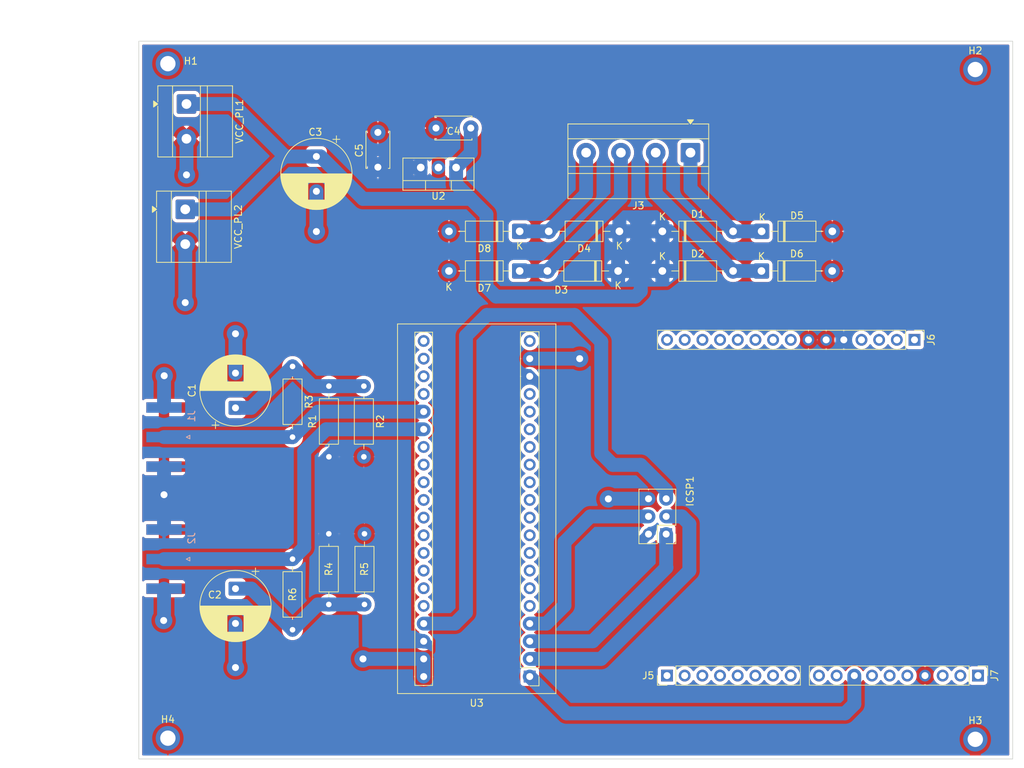
<source format=kicad_pcb>
(kicad_pcb (version 20241229) (generator "pcbnew") (generator_version "9.0")
  (layers (0 "F.Cu" signal) (2 "B.Cu" signal) (13 "F.Paste" user) (15 "B.Paste" user) (5 "F.SilkS" user "F.Silkscreen") (7 "B.SilkS" user "B.Silkscreen") (1 "F.Mask" user) (3 "B.Mask" user) (25 "Edge.Cuts" user))
  (net 0 "")
  (net 1 "GND")
  (net 2 "+5V")
  (net 3 "NSS")
  (net 4 "Net-(C1-Pad1)")
  (net 5 "Net-(C2-Pad1)")
  (net 6 "+24V")
  (net 7 "Net-(D1-A)")
  (net 8 "Net-(D2-A)")
  (net 9 "Net-(D3-A)")
  (net 10 "Net-(D4-A)")
  (net 11 "+3V3")
  (net 12 "A0")
  (net 13 "A1")
  (net 14 "SCK")
  (net 15 "Reset")
  (net 16 "MISO")
  (net 17 "MOSI")
  (net 58 "5v-pour")
  (footprint "Connector_PinHeader_2.54mm:PinHeader_1x15_P2.54mm_Vertical" (layer "F.Cu") (at 213.16 97.875 -90)
    (property "Reference" "J6" (at 0 -2.38 270) (layer "F.SilkS"))
    (property "Value" "Conn_01x15_Pin")
    (pad "1" thru_hole rect (at 0 0 270) (size 1.7 1.7) (drill 1) (layers "*.Cu" "*.Mask"))
    (pad "2" thru_hole circle (at 0 2.54 270) (size 1.7 1.7) (drill 1) (layers "*.Cu" "*.Mask"))
    (pad "3" thru_hole circle (at 0 5.08 270) (size 1.7 1.7) (drill 1) (layers "*.Cu" "*.Mask"))
    (pad "4" thru_hole circle (at 0 7.62 270) (size 1.7 1.7) (drill 1) (layers "*.Cu" "*.Mask"))
    (pad "5" thru_hole circle (at 0 10.16 270) (size 1.7 1.7) (drill 1) (layers "*.Cu" "*.Mask") (net 2 "+5V"))
    (pad "6" thru_hole circle (at 0 12.7 270) (size 1.7 1.7) (drill 1) (layers "*.Cu" "*.Mask") (net 1 "GND"))
    (pad "7" thru_hole circle (at 0 15.24 270) (size 1.7 1.7) (drill 1) (layers "*.Cu" "*.Mask") (net 1 "GND"))
    (pad "8" thru_hole circle (at 0 17.78 270) (size 1.7 1.7) (drill 1) (layers "*.Cu" "*.Mask"))
    (pad "9" thru_hole circle (at 0 20.32 270) (size 1.7 1.7) (drill 1) (layers "*.Cu" "*.Mask"))
    (pad "10" thru_hole circle (at 0 22.86 270) (size 1.7 1.7) (drill 1) (layers "*.Cu" "*.Mask"))
    (pad "11" thru_hole circle (at 0 25.4 270) (size 1.7 1.7) (drill 1) (layers "*.Cu" "*.Mask"))
    (pad "12" thru_hole circle (at 0 27.94 270) (size 1.7 1.7) (drill 1) (layers "*.Cu" "*.Mask"))
    (pad "13" thru_hole circle (at 0 30.48 270) (size 1.7 1.7) (drill 1) (layers "*.Cu" "*.Mask"))
    (pad "14" thru_hole circle (at 0 33.02 270) (size 1.7 1.7) (drill 1) (layers "*.Cu" "*.Mask"))
    (pad "15" thru_hole circle (at 0 35.56 270) (size 1.7 1.7) (drill 1) (layers "*.Cu" "*.Mask"))
  )
  (footprint "Capacitor_THT:CP_Radial_D10.0mm_P5.00mm" (layer "F.Cu") (at 127.2 71.512323 -90)
    (property "Reference" "C3" (at -3.512323 0.15 0) (layer "F.SilkS"))
    (property "Value" "100u")
    (pad "1" thru_hole roundrect (at 0 0 270) (size 2 2) (drill 1) (layers "*.Cu" "*.Mask") (roundrect_rratio 0.125) (net 6 "+24V"))
    (pad "2" thru_hole circle (at 5 0 270) (size 2 2) (drill 1) (layers "*.Cu" "*.Mask") (net 1 "GND"))
  )
  (footprint "Diode_THT:D_DO-41_SOD81_P10.16mm_Horizontal" (layer "F.Cu") (at 170.565 87.97 180)
    (property "Reference" "D3" (at 8.175 -2.725 180) (layer "F.SilkS"))
    (property "Value" "1N4007" (hide yes))
    (fp_text user "K" (at 0 -2.1 0) (layer "F.SilkS"))
    (pad "1" thru_hole roundrect (at 0 0 180) (size 2.2 2.2) (drill 1.1) (layers "*.Cu" "*.Mask") (roundrect_rratio 0.113636) (net 6 "+24V"))
    (pad "2" thru_hole circle (at 10.16 0 180) (size 2.2 2.2) (drill 1.1) (layers "*.Cu" "*.Mask") (net 9 "Net-(D3-A)"))
  )
  (footprint "Diode_THT:D_DO-41_SOD81_P10.16mm_Horizontal" (layer "F.Cu") (at 156.415 82.27 180)
    (property "Reference" "D8" (at 5.08 -2.47 0) (layer "F.SilkS"))
    (property "Value" "1N4007" (hide yes))
    (fp_text user "K" (at 0 -2.1 0) (layer "F.SilkS"))
    (pad "1" thru_hole roundrect (at 0 0 180) (size 2.2 2.2) (drill 1.1) (layers "*.Cu" "*.Mask") (roundrect_rratio 0.113636) (net 10 "Net-(D4-A)"))
    (pad "2" thru_hole circle (at 10.16 0 180) (size 2.2 2.2) (drill 1.1) (layers "*.Cu" "*.Mask") (net 1 "GND"))
  )
  (footprint "MountingHole:MountingHole_2.2mm_M2_ISO7380_Pad" (layer "F.Cu") (at 221.9 59)
    (property "Reference" "H2" (at 0 -2.7 0) (layer "F.SilkS"))
    (property "Value" "MountingHole_2.2mm_M2_ISO7380_Pad" (hide yes))
    (pad "1" thru_hole circle (at 0 0) (size 3.5 3.5) (drill 2.2) (layers "*.Cu" "*.Mask") (net 1 "GND"))
  )
  (footprint "Capacitor_THT:CP_Radial_D10.0mm_P5.00mm" (layer "F.Cu") (at 115.5725 133.658728 -90)
    (property "Reference" "C2" (at 0.891272 2.9725 0) (layer "F.SilkS"))
    (property "Value" "10u")
    (pad "1" thru_hole roundrect (at 0 0 270) (size 2 2) (drill 1) (layers "*.Cu" "*.Mask") (roundrect_rratio 0.125) (net 5 "Net-(C2-Pad1)"))
    (pad "2" thru_hole circle (at 5 0 270) (size 2 2) (drill 1) (layers "*.Cu" "*.Mask") (net 1 "GND"))
  )
  (footprint "Diode_THT:D_DO-41_SOD81_P10.16mm_Horizontal" (layer "F.Cu") (at 191.165 87.97)
    (property "Reference" "D6" (at 5.08 -2.47 0) (layer "F.SilkS"))
    (property "Value" "1N4007" (hide yes))
    (fp_text user "K" (at 0 -2.1 0) (layer "F.SilkS"))
    (pad "1" thru_hole roundrect (at 0 0) (size 2.2 2.2) (drill 1.1) (layers "*.Cu" "*.Mask") (roundrect_rratio 0.113636) (net 8 "Net-(D2-A)"))
    (pad "2" thru_hole circle (at 10.16 0) (size 2.2 2.2) (drill 1.1) (layers "*.Cu" "*.Mask") (net 1 "GND"))
  )
  (footprint "huellas_proyecto:R_Axial_DIN0207_L6.3mm_D2.5mm_P10.16mm_Horizontal-pad2mm" (layer "F.Cu") (at 123.7725 139.568728 90)
    (property "Reference" "R6" (at 5.08 0 90) (layer "F.SilkS"))
    (property "Value" "1.7k")
    (pad "1" thru_hole circle (at 0 0 90) (size 2 2) (drill 0.8) (layers "*.Cu" "*.Mask") (net 5 "Net-(C2-Pad1)"))
    (pad "2" thru_hole circle (at 10.16 0 90) (size 2 2) (drill 0.8) (layers "*.Cu" "*.Mask") (net 13 "A1"))
  )
  (footprint "MountingHole:MountingHole_2.2mm_M2_ISO7380_Pad" (layer "F.Cu") (at 105.855 58.158728)
    (property "Reference" "H1" (at 3.295 -0.38 0) (layer "F.SilkS"))
    (property "Value" "MountingHole_2.2mm_M2_ISO7380_Pad" (hide yes))
    (pad "1" thru_hole circle (at 0 0) (size 3.5 3.5) (drill 2.2) (layers "*.Cu" "*.Mask") (net 1 "GND"))
  )
  (footprint "Capacitor_THT:CP_Radial_D10.0mm_P5.00mm" (layer "F.Cu") (at 115.5725 107.658728 90)
    (property "Reference" "C1" (at 2.5 -6.25 90) (layer "F.SilkS"))
    (property "Value" "10u")
    (pad "1" thru_hole roundrect (at 0 0 90) (size 2 2) (drill 1) (layers "*.Cu" "*.Mask") (roundrect_rratio 0.125) (net 4 "Net-(C1-Pad1)"))
    (pad "2" thru_hole circle (at 5 0 90) (size 2 2) (drill 1) (layers "*.Cu" "*.Mask") (net 1 "GND"))
  )
  (footprint "huellas_proyecto:R_Axial_DIN0207_L6.3mm_D2.5mm_P10.16mm_Horizontal-pad2mm" (layer "F.Cu") (at 134.0225 104.533728 -90)
    (property "Reference" "R2" (at 5.08 -2.37 270) (layer "F.SilkS"))
    (property "Value" "17k")
    (pad "1" thru_hole circle (at 0 0 270) (size 2 2) (drill 0.8) (layers "*.Cu" "*.Mask") (net 4 "Net-(C1-Pad1)"))
    (pad "2" thru_hole circle (at 10.16 0 270) (size 2 2) (drill 0.8) (layers "*.Cu" "*.Mask") (net 1 "GND"))
  )
  (footprint "Diode_THT:D_DO-41_SOD81_P10.16mm_Horizontal" (layer "F.Cu") (at 170.75 82.27 180)
    (property "Reference" "D4" (at 5.08 -2.47 0) (layer "F.SilkS"))
    (property "Value" "1N4007" (hide yes))
    (fp_text user "K" (at 0 -2.1 0) (layer "F.SilkS"))
    (pad "1" thru_hole roundrect (at 0 0 180) (size 2.2 2.2) (drill 1.1) (layers "*.Cu" "*.Mask") (roundrect_rratio 0.113636) (net 6 "+24V"))
    (pad "2" thru_hole circle (at 10.16 0 180) (size 2.2 2.2) (drill 1.1) (layers "*.Cu" "*.Mask") (net 10 "Net-(D4-A)"))
  )
  (footprint "Connector_PinHeader_2.54mm:PinHeader_2x03_P2.54mm_Vertical" (layer "F.Cu") (at 177.47 125.81 180)
    (property "Reference" "ICSP1" (at -3.43 6.16 90) (layer "F.SilkS"))
    (property "Value" "Conn_02x03_Odd_Even")
    (pad "1" thru_hole rect (at 0 0 180) (size 1.7 1.7) (drill 1) (layers "*.Cu" "*.Mask") (net 16 "MISO"))
    (pad "2" thru_hole circle (at 2.54 0 180) (size 1.7 1.7) (drill 1) (layers "*.Cu" "*.Mask") (net 58 "5v-pour"))
    (pad "3" thru_hole circle (at 0 2.54 180) (size 1.7 1.7) (drill 1) (layers "*.Cu" "*.Mask") (net 14 "SCK"))
    (pad "4" thru_hole circle (at 2.54 2.54 180) (size 1.7 1.7) (drill 1) (layers "*.Cu" "*.Mask") (net 17 "MOSI"))
    (pad "5" thru_hole circle (at 0 5.08 180) (size 1.7 1.7) (drill 1) (layers "*.Cu" "*.Mask") (net 15 "Reset"))
    (pad "6" thru_hole circle (at 2.54 5.08 180) (size 1.7 1.7) (drill 1) (layers "*.Cu" "*.Mask") (net 1 "GND"))
  )
  (footprint "Connector_PinHeader_2.54mm:PinHeader_1x08_P2.54mm_Vertical" (layer "F.Cu") (at 177.59 146.16 90)
    (property "Reference" "J5" (at 0 -2.7 0) (layer "F.SilkS"))
    (property "Value" "Conn_01x08_Socket")
    (pad "1" thru_hole rect (at 0 0 90) (size 1.7 1.7) (drill 1) (layers "*.Cu" "*.Mask"))
    (pad "2" thru_hole circle (at 0 2.54 90) (size 1.7 1.7) (drill 1) (layers "*.Cu" "*.Mask"))
    (pad "3" thru_hole circle (at 0 5.08 90) (size 1.7 1.7) (drill 1) (layers "*.Cu" "*.Mask"))
    (pad "4" thru_hole circle (at 0 7.62 90) (size 1.7 1.7) (drill 1) (layers "*.Cu" "*.Mask"))
    (pad "5" thru_hole circle (at 0 10.16 90) (size 1.7 1.7) (drill 1) (layers "*.Cu" "*.Mask"))
    (pad "6" thru_hole circle (at 0 12.7 90) (size 1.7 1.7) (drill 1) (layers "*.Cu" "*.Mask"))
    (pad "7" thru_hole circle (at 0 15.24 90) (size 1.7 1.7) (drill 1) (layers "*.Cu" "*.Mask"))
    (pad "8" thru_hole circle (at 0 17.78 90) (size 1.7 1.7) (drill 1) (layers "*.Cu" "*.Mask"))
  )
  (footprint "Connector_PinHeader_2.54mm:PinHeader_1x10_P2.54mm_Vertical" (layer "F.Cu") (at 222.29 146.16 -90)
    (property "Reference" "J7" (at 0 -2.38 90) (layer "F.SilkS"))
    (property "Value" "Conn_01x10_Socket")
    (pad "1" thru_hole rect (at 0 0 270) (size 1.7 1.7) (drill 1) (layers "*.Cu" "*.Mask"))
    (pad "2" thru_hole circle (at 0 2.54 270) (size 1.7 1.7) (drill 1) (layers "*.Cu" "*.Mask"))
    (pad "3" thru_hole circle (at 0 5.08 270) (size 1.7 1.7) (drill 1) (layers "*.Cu" "*.Mask"))
    (pad "4" thru_hole circle (at 0 7.62 270) (size 1.7 1.7) (drill 1) (layers "*.Cu" "*.Mask") (net 1 "GND"))
    (pad "5" thru_hole circle (at 0 10.16 270) (size 1.7 1.7) (drill 1) (layers "*.Cu" "*.Mask"))
    (pad "6" thru_hole circle (at 0 12.7 270) (size 1.7 1.7) (drill 1) (layers "*.Cu" "*.Mask"))
    (pad "7" thru_hole circle (at 0 15.24 270) (size 1.7 1.7) (drill 1) (layers "*.Cu" "*.Mask"))
    (pad "8" thru_hole circle (at 0 17.78 270) (size 1.7 1.7) (drill 1) (layers "*.Cu" "*.Mask") (net 3 "NSS"))
    (pad "9" thru_hole circle (at 0 20.32 270) (size 1.7 1.7) (drill 1) (layers "*.Cu" "*.Mask"))
    (pad "10" thru_hole circle (at 0 22.86 270) (size 1.7 1.7) (drill 1) (layers "*.Cu" "*.Mask"))
  )
  (footprint "MountingHole:MountingHole_2.2mm_M2_ISO7380_Pad" (layer "F.Cu") (at 221.9 155.325)
    (property "Reference" "H3" (at 0 -2.7 0) (layer "F.SilkS"))
    (property "Value" "MountingHole_2.2mm_M2_ISO7380_Pad" (hide yes))
    (pad "1" thru_hole circle (at 0 0) (size 3.5 3.5) (drill 2.2) (layers "*.Cu" "*.Mask") (net 1 "GND"))
  )
  (footprint "huellas_proyecto:R_Axial_DIN0207_L6.3mm_D2.5mm_P10.16mm_Horizontal-pad2mm" (layer "F.Cu") (at 134.11 135.928728 90)
    (property "Reference" "R5" (at 5.08 0 90) (layer "F.SilkS"))
    (property "Value" "17k")
    (pad "1" thru_hole circle (at 0 0 90) (size 2 2) (drill 0.8) (layers "*.Cu" "*.Mask") (net 5 "Net-(C2-Pad1)"))
    (pad "2" thru_hole circle (at 10.16 0 90) (size 2 2) (drill 0.8) (layers "*.Cu" "*.Mask") (net 1 "GND"))
  )
  (footprint "TerminalBlock_MetzConnect:TerminalBlock_MetzConnect_Type011_RT05502HBLC_1x02_P5.00mm_Horizontal" (layer "F.Cu") (at 108.53 63.958728 -90)
    (property "Reference" "VCC_PL1" (at 2.5 -7.62 90) (layer "F.SilkS"))
    (property "Value" "VC_24V")
    (pad "1" thru_hole roundrect (at 0 0 270) (size 2.8 2.8) (drill 1.4) (layers "*.Cu" "*.Mask") (roundrect_rratio 0.089286) (net 6 "+24V"))
    (pad "2" thru_hole circle (at 5 0 270) (size 2.8 2.8) (drill 1.4) (layers "*.Cu" "*.Mask") (net 1 "GND"))
  )
  (footprint "TerminalBlock_MetzConnect:TerminalBlock_MetzConnect_Type011_RT05504HBLC_1x04_P5.00mm_Horizontal" (layer "F.Cu") (at 180.965 70.9525 180)
    (property "Reference" "J3" (at 7.5 -7.62 0) (layer "F.SilkS"))
    (property "Value" "Screw_Terminal_01x04")
    (pad "1" thru_hole roundrect (at 0 0 180) (size 2.8 2.8) (drill 1.4) (layers "*.Cu" "*.Mask") (roundrect_rratio 0.089286) (net 7 "Net-(D1-A)"))
    (pad "2" thru_hole circle (at 5 0 180) (size 2.8 2.8) (drill 1.4) (layers "*.Cu" "*.Mask") (net 8 "Net-(D2-A)"))
    (pad "3" thru_hole circle (at 10 0 180) (size 2.8 2.8) (drill 1.4) (layers "*.Cu" "*.Mask") (net 9 "Net-(D3-A)"))
    (pad "4" thru_hole circle (at 15 0 180) (size 2.8 2.8) (drill 1.4) (layers "*.Cu" "*.Mask") (net 10 "Net-(D4-A)"))
  )
  (footprint "huellas_proyecto:R_Axial_DIN0207_L6.3mm_D2.5mm_P10.16mm_Horizontal-pad2mm" (layer "F.Cu") (at 128.985 125.768728 -90)
    (property "Reference" "R4" (at 5.08 0 270) (layer "F.SilkS"))
    (property "Value" "17k")
    (pad "1" thru_hole circle (at 0 0 270) (size 2 2) (drill 0.8) (layers "*.Cu" "*.Mask") (net 11 "+3V3"))
    (pad "2" thru_hole circle (at 10.16 0 270) (size 2 2) (drill 0.8) (layers "*.Cu" "*.Mask") (net 5 "Net-(C2-Pad1)"))
  )
  (footprint "Diode_THT:D_DO-41_SOD81_P10.16mm_Horizontal" (layer "F.Cu") (at 191.19 82.27)
    (property "Reference" "D5" (at 5.08 -2.25 0) (layer "F.SilkS"))
    (property "Value" "1N4007" (hide yes))
    (fp_text user "K" (at 0.08 -2 0) (layer "F.SilkS"))
    (pad "1" thru_hole roundrect (at 0 0) (size 2.2 2.2) (drill 1.1) (layers "*.Cu" "*.Mask") (roundrect_rratio 0.113636) (net 7 "Net-(D1-A)"))
    (pad "2" thru_hole circle (at 10.16 0) (size 2.2 2.2) (drill 1.1) (layers "*.Cu" "*.Mask") (net 1 "GND"))
  )
  (footprint "huellas_proyecto:R_Axial_DIN0207_L6.3mm_D2.5mm_P10.16mm_Horizontal-pad2mm" (layer "F.Cu") (at 123.7725 101.698728 -90)
    (property "Reference" "R3" (at 5.08 -2.37 270) (layer "F.SilkS"))
    (property "Value" "1.7k")
    (pad "1" thru_hole circle (at 0 0 270) (size 2 2) (drill 0.8) (layers "*.Cu" "*.Mask") (net 4 "Net-(C1-Pad1)"))
    (pad "2" thru_hole circle (at 10.16 0 270) (size 2 2) (drill 0.8) (layers "*.Cu" "*.Mask") (net 12 "A0"))
  )
  (footprint "huellas_proyecto:C_Disc_D5.1mm_W3.2mm_P5.00mm-pad2mm" (layer "F.Cu") (at 149.39 67.42 180)
    (property "Reference" "C4" (at 2.475 -0.45 0) (layer "F.SilkS"))
    (property "Value" "330n")
    (pad "1" thru_hole circle (at 0 0 180) (size 2.2 2.2) (drill 1) (layers "*.Cu" "*.Mask") (net 6 "+24V"))
    (pad "2" thru_hole circle (at 5 0 180) (size 2.2 2.2) (drill 1) (layers "*.Cu" "*.Mask") (net 1 "GND"))
  )
  (footprint "TerminalBlock_MetzConnect:TerminalBlock_MetzConnect_Type011_RT05502HBLC_1x02_P5.00mm_Horizontal" (layer "F.Cu") (at 108.355 79.108728 -90)
    (property "Reference" "VCC_PL2" (at 2.5 -7.62 90) (layer "F.SilkS"))
    (property "Value" "VC_24V")
    (pad "1" thru_hole roundrect (at 0 0 270) (size 2.8 2.8) (drill 1.4) (layers "*.Cu" "*.Mask") (roundrect_rratio 0.089286) (net 6 "+24V"))
    (pad "2" thru_hole circle (at 5 0 270) (size 2.8 2.8) (drill 1.4) (layers "*.Cu" "*.Mask") (net 1 "GND"))
  )
  (footprint "MountingHole:MountingHole_2.2mm_M2_ISO7380_Pad" (layer "F.Cu") (at 105.855 155.158728)
    (property "Reference" "H4" (at 0 -2.7 0) (layer "F.SilkS"))
    (property "Value" "MountingHole_2.2mm_M2_ISO7380_Pad" (hide yes))
    (pad "1" thru_hole circle (at 0 0) (size 3.5 3.5) (drill 2.2) (layers "*.Cu" "*.Mask") (net 1 "GND"))
  )
  (footprint "huellas_proyecto:C_Disc_D5.1mm_W3.2mm_P5.00mm-pad2mm" (layer "F.Cu") (at 136.04 73.045 90)
    (property "Reference" "C5" (at 2.395 -2.69 90) (layer "F.SilkS"))
    (property "Value" "330n")
    (pad "1" thru_hole circle (at 0 0 90) (size 2.2 2.2) (drill 1) (layers "*.Cu" "*.Mask") (net 2 "+5V"))
    (pad "2" thru_hole circle (at 5 0 90) (size 2.2 2.2) (drill 1) (layers "*.Cu" "*.Mask") (net 1 "GND"))
  )
  (footprint "huellas_proyecto:R_Axial_DIN0207_L6.3mm_D2.5mm_P10.16mm_Horizontal-pad2mm" (layer "F.Cu") (at 128.9975 114.693728 90)
    (property "Reference" "R1" (at 5.08 -2.37 90) (layer "F.SilkS"))
    (property "Value" "17k")
    (pad "1" thru_hole circle (at 0 0 90) (size 2 2) (drill 0.8) (layers "*.Cu" "*.Mask") (net 11 "+3V3"))
    (pad "2" thru_hole circle (at 10.16 0 90) (size 2 2) (drill 0.8) (layers "*.Cu" "*.Mask") (net 4 "Net-(C1-Pad1)"))
  )
  (footprint "Package_TO_SOT_THT:TO-220-3_Vertical" (layer "F.Cu") (at 147.28 73.095 180)
    (property "Reference" "U2" (at 2.54 -4.1 0) (layer "F.SilkS"))
    (property "Value" "L7805")
    (pad "1" thru_hole rect (at 0 0 180) (size 1.905 2) (drill 1.1) (layers "*.Cu" "*.Mask") (net 6 "+24V"))
    (pad "2" thru_hole oval (at 2.54 0 180) (size 1.905 2) (drill 1.1) (layers "*.Cu" "*.Mask") (net 1 "GND"))
    (pad "3" thru_hole oval (at 5.08 0 180) (size 1.905 2) (drill 1.1) (layers "*.Cu" "*.Mask") (net 2 "+5V"))
  )
  (footprint "Diode_THT:D_DO-41_SOD81_P10.16mm_Horizontal" (layer "F.Cu") (at 156.415 87.97 180)
    (property "Reference" "D7" (at 5.08 -2.47 0) (layer "F.SilkS"))
    (property "Value" "1N4007" (hide yes))
    (fp_text user "K" (at 10.175 -2.34 0) (layer "F.SilkS"))
    (pad "1" thru_hole roundrect (at 0 0 180) (size 2.2 2.2) (drill 1.1) (layers "*.Cu" "*.Mask") (roundrect_rratio 0.113636) (net 9 "Net-(D3-A)"))
    (pad "2" thru_hole circle (at 10.16 0 180) (size 2.2 2.2) (drill 1.1) (layers "*.Cu" "*.Mask") (net 1 "GND"))
  )
  (footprint "Diode_THT:D_DO-41_SOD81_P10.16mm_Horizontal" (layer "F.Cu") (at 176.925 82.27)
    (property "Reference" "D1" (at 5.08 -2.47 0) (layer "F.SilkS"))
    (property "Value" "1N4007" (hide yes))
    (fp_text user "K" (at 0 -2.1 0) (layer "F.SilkS"))
    (pad "1" thru_hole roundrect (at 0 0) (size 2.2 2.2) (drill 1.1) (layers "*.Cu" "*.Mask") (roundrect_rratio 0.113636) (net 6 "+24V"))
    (pad "2" thru_hole circle (at 10.16 0) (size 2.2 2.2) (drill 1.1) (layers "*.Cu" "*.Mask") (net 7 "Net-(D1-A)"))
  )
  (footprint "Footprints:YAAJ_BluePill_2" (layer "F.Cu") (at 157.86 146.3 180)
    (property "Reference" "U3" (at 7.62 -3.81 0) (layer "F.SilkS"))
    (property "Value" "YAAJ_BluePill_Part_Like" (hide yes))
    (pad "1" thru_hole rect (at 0 0 180) (size 1.7 1.7) (drill 1) (layers "*.Cu" "*.Mask") (net 3 "NSS"))
    (pad "2" thru_hole circle (at 0 2.54 180) (size 1.7 1.7) (drill 1) (layers "*.Cu" "*.Mask") (net 14 "SCK"))
    (pad "3" thru_hole circle (at 0 5.08 180) (size 1.7 1.7) (drill 1) (layers "*.Cu" "*.Mask") (net 16 "MISO"))
    (pad "4" thru_hole circle (at 0 7.62 180) (size 1.7 1.7) (drill 1) (layers "*.Cu" "*.Mask") (net 17 "MOSI"))
    (pad "5" thru_hole circle (at 0 10.16 180) (size 1.7 1.7) (drill 1) (layers "*.Cu" "*.Mask"))
    (pad "6" thru_hole circle (at 0 12.7 180) (size 1.7 1.7) (drill 1) (layers "*.Cu" "*.Mask"))
    (pad "7" thru_hole circle (at 0 15.24 180) (size 1.7 1.7) (drill 1) (layers "*.Cu" "*.Mask"))
    (pad "8" thru_hole circle (at 0 17.78 180) (size 1.7 1.7) (drill 1) (layers "*.Cu" "*.Mask"))
    (pad "9" thru_hole circle (at 0 20.32 180) (size 1.7 1.7) (drill 1) (layers "*.Cu" "*.Mask"))
    (pad "10" thru_hole circle (at 0 22.86 180) (size 1.7 1.7) (drill 1) (layers "*.Cu" "*.Mask"))
    (pad "11" thru_hole circle (at 0 25.4 180) (size 1.7 1.7) (drill 1) (layers "*.Cu" "*.Mask"))
    (pad "12" thru_hole circle (at 0 27.94 180) (size 1.7 1.7) (drill 1) (layers "*.Cu" "*.Mask"))
    (pad "13" thru_hole circle (at 0 30.48 180) (size 1.7 1.7) (drill 1) (layers "*.Cu" "*.Mask"))
    (pad "14" thru_hole circle (at 0 33.02 180) (size 1.7 1.7) (drill 1) (layers "*.Cu" "*.Mask"))
    (pad "15" thru_hole circle (at 0 35.56 180) (size 1.7 1.7) (drill 1) (layers "*.Cu" "*.Mask"))
    (pad "16" thru_hole circle (at 0 38.1 180) (size 1.7 1.7) (drill 1) (layers "*.Cu" "*.Mask"))
    (pad "17" thru_hole circle (at 0 40.64 180) (size 1.7 1.7) (drill 1) (layers "*.Cu" "*.Mask"))
    (pad "18" thru_hole circle (at 0 43.18 180) (size 1.7 1.7) (drill 1) (layers "*.Cu" "*.Mask") (net 2 "+5V"))
    (pad "19" thru_hole circle (at 0 45.72 180) (size 1.7 1.7) (drill 1) (layers "*.Cu" "*.Mask") (net 1 "GND"))
    (pad "20" thru_hole circle (at 0 48.26 180) (size 1.7 1.7) (drill 1) (layers "*.Cu" "*.Mask"))
    (pad "21" thru_hole circle (at 15.24 48.26 180) (size 1.7 1.7) (drill 1) (layers "*.Cu" "*.Mask"))
    (pad "22" thru_hole circle (at 15.24 45.72 180) (size 1.7 1.7) (drill 1) (layers "*.Cu" "*.Mask"))
    (pad "23" thru_hole circle (at 15.24 43.18 180) (size 1.7 1.7) (drill 1) (layers "*.Cu" "*.Mask"))
    (pad "24" thru_hole circle (at 15.24 40.64 180) (size 1.7 1.7) (drill 1) (layers "*.Cu" "*.Mask"))
    (pad "25" thru_hole circle (at 15.24 38.1 180) (size 1.7 1.7) (drill 1) (layers "*.Cu" "*.Mask") (net 12 "A0"))
    (pad "26" thru_hole circle (at 15.24 35.56 180) (size 1.7 1.7) (drill 1) (layers "*.Cu" "*.Mask") (net 13 "A1"))
    (pad "27" thru_hole circle (at 15.24 33.02 180) (size 1.7 1.7) (drill 1) (layers "*.Cu" "*.Mask"))
    (pad "28" thru_hole circle (at 15.24 30.48 180) (size 1.7 1.7) (drill 1) (layers "*.Cu" "*.Mask"))
    (pad "29" thru_hole circle (at 15.24 27.94 180) (size 1.7 1.7) (drill 1) (layers "*.Cu" "*.Mask"))
    (pad "30" thru_hole circle (at 15.24 25.4 180) (size 1.7 1.7) (drill 1) (layers "*.Cu" "*.Mask"))
    (pad "31" thru_hole circle (at 15.24 22.86 180) (size 1.7 1.7) (drill 1) (layers "*.Cu" "*.Mask"))
    (pad "32" thru_hole circle (at 15.24 20.32 180) (size 1.7 1.7) (drill 1) (layers "*.Cu" "*.Mask"))
    (pad "33" thru_hole circle (at 15.24 17.78 180) (size 1.7 1.7) (drill 1) (layers "*.Cu" "*.Mask"))
    (pad "34" thru_hole circle (at 15.24 15.24 180) (size 1.7 1.7) (drill 1) (layers "*.Cu" "*.Mask"))
    (pad "35" thru_hole circle (at 15.24 12.7 180) (size 1.7 1.7) (drill 1) (layers "*.Cu" "*.Mask"))
    (pad "36" thru_hole circle (at 15.24 10.16 180) (size 1.7 1.7) (drill 1) (layers "*.Cu" "*.Mask"))
    (pad "37" thru_hole circle (at 15.24 7.62 180) (size 1.7 1.7) (drill 1) (layers "*.Cu" "*.Mask") (net 15 "Reset"))
    (pad "38" thru_hole circle (at 15.24 5.08 180) (size 1.7 1.7) (drill 1) (layers "*.Cu" "*.Mask") (net 11 "+3V3"))
    (pad "39" thru_hole circle (at 15.24 2.54 180) (size 1.7 1.7) (drill 1) (layers "*.Cu" "*.Mask") (net 1 "GND"))
    (pad "40" thru_hole circle (at 15.24 0 180) (size 1.7 1.7) (drill 1) (layers "*.Cu" "*.Mask") (net 1 "GND"))
  )
  (footprint "Diode_THT:D_DO-41_SOD81_P10.16mm_Horizontal" (layer "F.Cu") (at 176.925 87.97)
    (property "Reference" "D2" (at 5.08 -2.47 0) (layer "F.SilkS"))
    (property "Value" "1N4007" (hide yes))
    (fp_text user "K" (at 0 -2.1 0) (layer "F.SilkS"))
    (pad "1" thru_hole roundrect (at 0 0) (size 2.2 2.2) (drill 1.1) (layers "*.Cu" "*.Mask") (roundrect_rratio 0.113636) (net 6 "+24V"))
    (pad "2" thru_hole circle (at 10.16 0) (size 2.2 2.2) (drill 1.1) (layers "*.Cu" "*.Mask") (net 8 "Net-(D2-A)"))
  )
  (footprint "Connector_Coaxial:SMA_Amphenol_132289_EdgeMount" (layer "B.Cu") (at 105.3025 111.858728 180)
    (property "Reference" "J1" (at -3.96 3 90) (layer "B.SilkS") (effects (justify mirror)))
    (property "Value" "Coax Antena 1")
    (pad "1" smd rect (at 0 0 90) (size 1.5 5.08) (layers "B.Cu" "B.Mask" "B.Paste") (net 12 "A0"))
    (pad "2" smd rect (at 0 -4.25 90) (size 1.5 5.08) (layers "F.Cu" "F.Mask" "F.Paste") (net 1 "GND"))
    (pad "2" smd rect (at 0 -4.25 90) (size 1.5 5.08) (layers "B.Cu" "B.Mask" "B.Paste") (net 1 "GND"))
    (pad "2" smd rect (at 0 4.25 90) (size 1.5 5.08) (layers "F.Cu" "F.Mask" "F.Paste") (net 1 "GND"))
    (pad "2" smd rect (at 0 4.25 90) (size 1.5 5.08) (layers "B.Cu" "B.Mask" "B.Paste") (net 1 "GND"))
  )
  (footprint "Connector_Coaxial:SMA_Amphenol_132289_EdgeMount" (layer "B.Cu") (at 105.3025 129.408728 180)
    (property "Reference" "J2" (at -3.96 3 90) (layer "B.SilkS") (effects (justify mirror)))
    (property "Value" "Coax Antena 2")
    (pad "1" smd rect (at 0 0 90) (size 1.5 5.08) (layers "B.Cu" "B.Mask" "B.Paste") (net 13 "A1"))
    (pad "2" smd rect (at 0 -4.25 90) (size 1.5 5.08) (layers "F.Cu" "F.Mask" "F.Paste") (net 1 "GND"))
    (pad "2" smd rect (at 0 -4.25 90) (size 1.5 5.08) (layers "B.Cu" "B.Mask" "B.Paste") (net 1 "GND"))
    (pad "2" smd rect (at 0 4.25 90) (size 1.5 5.08) (layers "F.Cu" "F.Mask" "F.Paste") (net 1 "GND"))
    (pad "2" smd rect (at 0 4.25 90) (size 1.5 5.08) (layers "B.Cu" "B.Mask" "B.Paste") (net 1 "GND"))
  )
  (gr_rect (start 101.675 54.925) (end 227.275 158.15) (stroke (width 0.1)) (fill no) (layer "Edge.Cuts"))
  (via (at 108.35 92.518728) (size 2.5) (drill 1) (layers "F.Cu" "B.Cu") (net 1))
  (via (at 105.33 103.038728) (size 2.5) (drill 1) (layers "F.Cu" "B.Cu") (net 1))
  (via (at 169.16 120.75) (size 2.5) (drill 1) (layers "F.Cu" "B.Cu") (net 1))
  (via (at 115.5725 97) (size 2.5) (drill 1) (layers "F.Cu" "B.Cu") (net 1))
  (via (at 115.5725 145) (size 2.5) (drill 1) (layers "F.Cu" "B.Cu") (net 1))
  (via (at 133.9 143.76) (size 2.5) (drill 1) (layers "F.Cu" "B.Cu") (net 1))
  (via (at 105.25 138.238728) (size 2.5) (drill 1) (layers "F.Cu" "B.Cu") (net 1))
  (via (at 108.53 74.148728) (size 2.5) (drill 1) (layers "F.Cu" "B.Cu") (net 1))
  (via (at 165.04 100.58) (size 2.5) (drill 1) (layers "F.Cu" "B.Cu") (net 1))
  (via (at 105.3025 120.148728) (size 2.5) (drill 1) (layers "F.Cu" "B.Cu") (net 1))
  (via (at 127.2 82.3) (size 2.5) (drill 1) (layers "F.Cu" "B.Cu") (net 1))
  (segment (start 108.355 84.108728) (end 108.355 92.513728) (width 2) (layer "B.Cu") (net 1))
  (segment (start 105.3025 138.186228) (end 105.25 138.238728) (width 2) (layer "B.Cu") (net 1))
  (segment (start 142.6 143.76) (end 133.9 143.76) (width 2) (layer "B.Cu") (net 1))
  (segment (start 105.3025 120.148728) (end 105.3025 125.158728) (width 2) (layer "B.Cu") (net 1))
  (segment (start 157.86 100.58) (end 165.04 100.58) (width 2) (layer "B.Cu") (net 1))
  (segment (start 142.6 146.3) (end 142.6 143.76) (width 2) (layer "B.Cu") (net 1))
  (segment (start 108.355 92.513728) (end 108.35 92.518728) (width 2) (layer "B.Cu") (net 1))
  (segment (start 115.5725 138.658728) (end 115.5725 145) (width 2) (layer "B.Cu") (net 1))
  (segment (start 169.18 120.73) (end 169.16 120.75) (width 2) (layer "B.Cu") (net 1))
  (segment (start 105.3025 103.066228) (end 105.33 103.038728) (width 2) (layer "B.Cu") (net 1))
  (segment (start 174.93 120.73) (end 169.18 120.73) (width 2) (layer "B.Cu") (net 1))
  (segment (start 108.53 68.958728) (end 108.53 74.148728) (width 2) (layer "B.Cu") (net 1))
  (segment (start 115.5725 102.658728) (end 115.5725 97) (width 2) (layer "B.Cu") (net 1))
  (segment (start 127.2 76.512323) (end 127.2 82.3) (width 2) (layer "B.Cu") (net 1))
  (segment (start 105.3025 107.608728) (end 105.3025 103.066228) (width 2) (layer "B.Cu") (net 1))
  (segment (start 105.3025 133.658728) (end 105.3025 138.186228) (width 2) (layer "B.Cu") (net 1))
  (segment (start 105.3025 116.108728) (end 105.3025 120.148728) (width 2) (layer "B.Cu") (net 1))
  (segment (start 142.2 73.095) (end 136.09 73.095) (width 2) (layer "B.Cu") (net 2))
  (segment (start 136.09 73.095) (end 136.04 73.045) (width 2) (layer "B.Cu") (net 2))
  (segment (start 203.18 151.59) (end 204.51 150.26) (width 2) (layer "B.Cu") (net 3))
  (segment (start 157.86 146.3) (end 163.15 151.59) (width 2) (layer "B.Cu") (net 3))
  (segment (start 163.15 151.59) (end 203.18 151.59) (width 2) (layer "B.Cu") (net 3))
  (segment (start 204.51 150.26) (end 204.51 146.16) (width 2) (layer "B.Cu") (net 3))
  (segment (start 117.8125 107.658728) (end 123.7725 101.698728) (width 2) (layer "B.Cu") (net 4))
  (segment (start 126.6075 104.533728) (end 123.7725 101.698728) (width 2) (layer "B.Cu") (net 4))
  (segment (start 115.5725 107.658728) (end 117.8125 107.658728) (width 2) (layer "B.Cu") (net 4))
  (segment (start 128.9975 104.533728) (end 126.6075 104.533728) (width 2) (layer "B.Cu") (net 4))
  (segment (start 128.9975 104.533728) (end 134.0225 104.533728) (width 2) (layer "B.Cu") (net 4))
  (segment (start 127.4125 135.928728) (end 123.7725 139.568728) (width 2) (layer "B.Cu") (net 5))
  (segment (start 115.5725 133.658728) (end 117.8625 133.658728) (width 2) (layer "B.Cu") (net 5))
  (segment (start 134.11 135.928728) (end 128.985 135.928728) (width 2) (layer "B.Cu") (net 5))
  (segment (start 128.985 135.928728) (end 127.4125 135.928728) (width 2) (layer "B.Cu") (net 5))
  (segment (start 117.8625 133.658728) (end 123.7725 139.568728) (width 2) (layer "B.Cu") (net 5))
  (segment (start 122.712323 71.512323) (end 115.158728 63.958728) (width 2) (layer "B.Cu") (net 6))
  (segment (start 149.39 70.985) (end 147.28 73.095) (width 2) (layer "B.Cu") (net 6))
  (segment (start 115.158728 63.958728) (end 108.53 63.958728) (width 2) (layer "B.Cu") (net 6))
  (segment (start 176.925 87.97) (end 173.85 87.97) (width 2) (layer "B.Cu") (net 6))
  (segment (start 170.75 82.27) (end 176.925 82.27) (width 2) (layer "B.Cu") (net 6))
  (segment (start 173.85 87.97) (end 170.565 87.97) (width 2) (layer "B.Cu") (net 6))
  (segment (start 114.99719 79.108728) (end 108.355 79.108728) (width 2) (layer "B.Cu") (net 6))
  (segment (start 173.05 91.65) (end 173.82 90.88) (width 2) (layer "B.Cu") (net 6))
  (segment (start 122.593595 71.512323) (end 114.99719 79.108728) (width 2) (layer "B.Cu") (net 6))
  (segment (start 127.812323 71.512323) (end 127.2 71.512323) (width 2) (layer "B.Cu") (net 6))
  (segment (start 122.712323 71.512323) (end 122.593595 71.512323) (width 2) (layer "B.Cu") (net 6))
  (segment (start 151.64 79.85) (end 151.64 90.26) (width 2) (layer "B.Cu") (net 6))
  (segment (start 151.64 90.26) (end 153.03 91.65) (width 2) (layer "B.Cu") (net 6))
  (segment (start 153.03 91.65) (end 173.05 91.65) (width 2) (layer "B.Cu") (net 6))
  (segment (start 147.28 73.095) (end 147.28 75.49) (width 2) (layer "B.Cu") (net 6))
  (segment (start 147.28 75.49) (end 149.39 77.6) (width 2) (layer "B.Cu") (net 6))
  (segment (start 176.925 87.97) (end 176.925 82.27) (width 2) (layer "B.Cu") (net 6))
  (segment (start 127.2 71.512323) (end 122.712323 71.512323) (width 2) (layer "B.Cu") (net 6))
  (segment (start 133.9 77.6) (end 127.812323 71.512323) (width 2) (layer "B.Cu") (net 6))
  (segment (start 149.39 77.6) (end 151.64 79.85) (width 2) (layer "B.Cu") (net 6))
  (segment (start 133.9 77.6) (end 149.39 77.6) (width 2) (layer "B.Cu") (net 6))
  (segment (start 173.82 88) (end 173.85 87.97) (width 2) (layer "B.Cu") (net 6))
  (segment (start 173.82 90.88) (end 173.82 88) (width 2) (layer "B.Cu") (net 6))
  (segment (start 149.39 67.42) (end 149.39 70.985) (width 2) (layer "B.Cu") (net 6))
  (segment (start 187.085 82.27) (end 191.19 82.27) (width 2) (layer "B.Cu") (net 7))
  (segment (start 180.965 70.9525) (end 180.965 76.15) (width 2) (layer "B.Cu") (net 7))
  (segment (start 180.965 76.15) (end 187.085 82.27) (width 2) (layer "B.Cu") (net 7))
  (segment (start 187.085 87.97) (end 191.165 87.97) (width 2) (layer "B.Cu") (net 8))
  (segment (start 175.965 76.85) (end 187.085 87.97) (width 2) (layer "B.Cu") (net 8))
  (segment (start 175.965 70.9525) (end 175.965 76.85) (width 2) (layer "B.Cu") (net 8))
  (segment (start 160.405 87.97) (end 156.415 87.97) (width 2) (layer "B.Cu") (net 9))
  (segment (start 170.965 77.41) (end 160.405 87.97) (width 2) (layer "B.Cu") (net 9))
  (segment (start 170.965 70.9525) (end 170.965 77.41) (width 2) (layer "B.Cu") (net 9))
  (segment (start 165.965 76.895) (end 160.59 82.27) (width 2) (layer "B.Cu") (net 10))
  (segment (start 160.59 82.27) (end 156.415 82.27) (width 2) (layer "B.Cu") (net 10))
  (segment (start 165.965 70.9525) (end 165.965 76.895) (width 2) (layer "B.Cu") (net 10))
  (segment (start 142.62 141.22) (end 139.55 141.22) (width 2) (layer "B.Cu") (net 11))
  (segment (start 128.9975 114.693728) (end 128.9975 125.756228) (width 2) (layer "B.Cu") (net 11))
  (segment (start 128.9975 125.756228) (end 128.985 125.768728) (width 2) (layer "B.Cu") (net 11))
  (segment (start 127.431228 108.2) (end 142.62 108.2) (width 2) (layer "B.Cu") (net 12))
  (segment (start 123.7725 111.858728) (end 127.431228 108.2) (width 2) (layer "B.Cu") (net 12))
  (segment (start 105.3025 111.858728) (end 123.7725 111.858728) (width 2) (layer "B.Cu") (net 12))
  (segment (start 125.45 127.731228) (end 123.7725 129.408728) (width 2) (layer "B.Cu") (net 13))
  (segment (start 128.608728 110.74) (end 125.45 113.898728) (width 2) (layer "B.Cu") (net 13))
  (segment (start 142.62 110.74) (end 128.608728 110.74) (width 2) (layer "B.Cu") (net 13))
  (segment (start 123.7725 129.408728) (end 105.3025 129.408728) (width 2) (layer "B.Cu") (net 13))
  (segment (start 125.45 113.898728) (end 125.45 127.731228) (width 2) (layer "B.Cu") (net 13))
  (segment (start 157.86 143.76) (end 168.11 143.76) (width 2) (layer "B.Cu") (net 14))
  (segment (start 180.8 131.07) (end 180.8 124.35) (width 2) (layer "B.Cu") (net 14))
  (segment (start 179.72 123.27) (end 177.47 123.27) (width 2) (layer "B.Cu") (net 14))
  (segment (start 168.11 143.76) (end 180.8 131.07) (width 2) (layer "B.Cu") (net 14))
  (segment (start 180.8 124.35) (end 179.72 123.27) (width 2) (layer "B.Cu") (net 14))
  (segment (start 173.802081 115.86) (end 169.82 115.86) (width 2) (layer "B.Cu") (net 15))
  (segment (start 177.47 119.527919) (end 173.802081 115.86) (width 2) (layer "B.Cu") (net 15))
  (segment (start 168.14 114.18) (end 168.14 98.14) (width 2) (layer "B.Cu") (net 15))
  (segment (start 177.47 120.73) (end 177.47 119.527919) (width 2) (layer "B.Cu") (net 15))
  (segment (start 169.82 115.86) (end 168.14 114.18) (width 2) (layer "B.Cu") (net 15))
  (segment (start 164.3 94.3) (end 151.7 94.3) (width 2) (layer "B.Cu") (net 15))
  (segment (start 148.7 137.09) (end 147.11 138.68) (width 2) (layer "B.Cu") (net 15))
  (segment (start 168.14 98.14) (end 164.3 94.3) (width 2) (layer "B.Cu") (net 15))
  (segment (start 147.11 138.68) (end 142.62 138.68) (width 2) (layer "B.Cu") (net 15))
  (segment (start 151.7 94.3) (end 148.7 97.3) (width 2) (layer "B.Cu") (net 15))
  (segment (start 148.7 97.3) (end 148.7 137.09) (width 2) (layer "B.Cu") (net 15))
  (segment (start 177.505 130.625) (end 166.91 141.22) (width 2) (layer "B.Cu") (net 16))
  (segment (start 177.47 125.81) (end 177.47 130.59) (width 2) (layer "B.Cu") (net 16))
  (segment (start 177.47 130.59) (end 177.505 130.625) (width 2) (layer "B.Cu") (net 16))
  (segment (start 157.86 141.22) (end 166.91 141.22) (width 2) (layer "B.Cu") (net 16))
  (segment (start 160.25 138.68) (end 162.85 136.08) (width 2) (layer "B.Cu") (net 17))
  (segment (start 166.56 123.27) (end 174.93 123.27) (width 2) (layer "B.Cu") (net 17))
  (segment (start 162.85 136.08) (end 162.85 126.98) (width 2) (layer "B.Cu") (net 17))
  (segment (start 157.86 138.68) (end 160.25 138.68) (width 2) (layer "B.Cu") (net 17))
  (segment (start 162.85 126.98) (end 166.56 123.27) (width 2) (layer "B.Cu") (net 17))
  (zone (net 1) (net_name "GND") (layer "F.Cu") (priority 3) (connect_pads (clearance 0.5)) (min_thickness 0.25) (fill yes (thermal_gap 0.5) (thermal_bridge_width 2))
    (polygon (pts (xy 100.892854 54.132645) (xy 227.98847 53.71738) (xy 228.22735 158.396077) (xy 100.624128 158.836088)))
  )
  (zone (net 1) (net_name "GND") (layer "B.Cu") (priority 1) (connect_pads (clearance 0.5)) (min_thickness 0.25) (fill yes (thermal_gap 0.5) (thermal_bridge_width 0.5) (island_removal_mode 1) (island_area_min 10))
    (polygon (pts (xy 100.98 113.238728) (xy 124.01 113.168728) (xy 124.05 127.178728) (xy 123.22 128.008728) (xy 100.98 128.268728)))
  )
  (zone (net 6) (net_name "+24V") (layer "B.Cu") (priority 3) (connect_pads (clearance 0.5)) (min_thickness 0.25) (fill yes (thermal_gap 0.5) (thermal_bridge_width 2))
    (polygon (pts (xy 168.59 81.18) (xy 168.6 81.18) (xy 170.53 79.26) (xy 176.95 79.23) (xy 179.246583 81.553602) (xy 179.360165 88.875276) (xy 177.67 90.2) (xy 169.56 90.28) (xy 168.58 89.15)))
  )
  (zone (net 11) (net_name "+3V3") (layer "B.Cu") (priority 3) (connect_pads (clearance 0.5)) (min_thickness 0.25) (fill yes (thermal_gap 0.5) (thermal_bridge_width 2) (island_removal_mode 1) (island_area_min 10))
    (polygon (pts (xy 126.4 114.2) (xy 128.9 111.7) (xy 140.810043 111.7) (xy 140.82 139.69) (xy 143.837689 139.792309) (xy 143.8 143.3) (xy 133.8 143.2) (xy 133.757525 135.306139) (xy 126.1 135.5)))
  )
  (zone (net 2) (net_name "+5V") (layer "B.Cu") (connect_pads (clearance 0.5)) (min_thickness 0.25) (fill yes (thermal_gap 0.5) (thermal_bridge_width 2))
    (polygon (pts (xy 100.4 53.7) (xy 228.6 53.3) (xy 228.9 158.8) (xy 99.80913 159.438942)))
  )
  (zone (net 58) (net_name "5v-pour") (layer "B.Cu") (priority 2) (connect_pads (clearance 0.5)) (min_thickness 0.25) (fill yes (thermal_gap 0.5) (thermal_bridge_width 1.5) (island_removal_mode 1) (island_area_min 10))
    (polygon (pts (xy 159.65 139.05) (xy 159.65 140.7) (xy 166.65 140.7) (xy 176.7 130.5) (xy 176.7 123.85) (xy 166.6 123.75) (xy 163.3 127.1) (xy 163.3 136.35) (xy 161 139)))
  )
)
</source>
